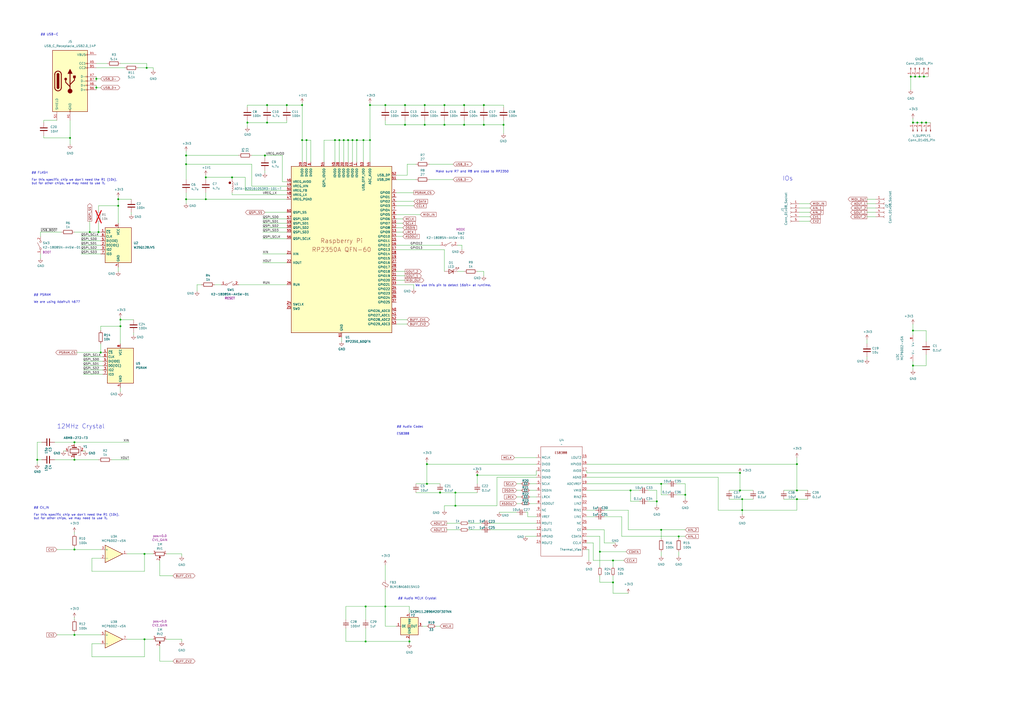
<source format=kicad_sch>
(kicad_sch (version 20250114) (generator "eeschema") (generator_version "9.0")
  (paper "A2")
  (title_block (title "RP2350A QFN-60 Minimal Design Example") (date "2024-07-01") (rev "REV3") (company "Raspberry Pi Ltd"))
  (circle (center 133.35 106.045) (radius 0.635) (stroke (width 0) (color 132 0 0 1)) (fill (type color) (color 132 0 0 1)))
  (text "IOs" (at 453.898 105.156 0) (effects (font (size 2.54 2.54)) (justify left bottom)))
  (text "## FLASH\n\nFor this specific chip we don't need the R1 (10k),\nbut for other chips, we may need to use it." (at 18.288 103.378 0) (effects (font (size 1.27 1.27)) (justify left)))
  (text "## PSRAM\n\nWe are using Adafruit 4677" (at 19.558 173.228 0) (effects (font (size 1.27 1.27)) (justify left)))
  (text "## Audio Codec\n\nES8388 " (at 230.124 249.682 0) (effects (font (size 1.27 1.27)) (justify left)))
  (text "## USB-C" (at 28.702 20.066 0) (effects (font (size 1.27 1.27))))
  (text "Make sure R7 and R8 are close to RP2350\n" (at 252.73 100.33 0) (effects (font (size 1.27 1.27)) (justify left bottom)))
  (text "## Audio MCLK Crystal" (at 230.886 347.218 0) (effects (font (size 1.27 1.27)) (justify left)))
  (text "We use this pin to detect 16bit+ at runtime." (at 262.89 165.608 0) (effects (font (size 1.27 1.27))))
  (text "12MHz Crystal" (at 33.02 248.92 0) (effects (font (size 2.54 2.54)) (justify left bottom)))
  (text "## CV_IN\n\nFor this specific chip we don't need the R1 (10k),\nbut for other chips, we may need to use it." (at 19.558 297.688 0) (effects (font (size 1.27 1.27)) (justify left)))
  (junction (at 530.86 44.45))
  (junction (at 393.7 311.15))
  (junction (at 257.81 60.96))
  (junction (at 153.67 90.17))
  (junction (at 119.38 102.87))
  (junction (at 237.49 372.11))
  (junction (at 194.31 81.28))
  (junction (at 280.67 72.39))
  (junction (at 212.09 372.11))
  (junction (at 175.26 81.28))
  (junction (at 529.59 212.09))
  (junction (at 535.94 44.45))
  (junction (at 247.65 269.24))
  (junction (at 55.88 50.8))
  (junction (at 154.94 71.12))
  (junction (at 532.13 71.12))
  (junction (at 537.21 71.12))
  (junction (at 214.63 60.96))
  (junction (at 264.16 285.75))
  (junction (at 196.85 81.28))
  (junction (at 43.18 256.54))
  (junction (at 134.62 102.87))
  (junction (at 429.26 274.32))
  (junction (at 462.28 284.48))
  (junction (at 69.85 189.23))
  (junction (at 119.38 115.57))
  (junction (at 223.52 60.96))
  (junction (at 365.76 284.48))
  (junction (at 210.82 81.28))
  (junction (at 21.59 266.7))
  (junction (at 154.94 60.96))
  (junction (at 207.01 81.28))
  (junction (at 68.58 119.38))
  (junction (at 383.54 280.67))
  (junction (at 269.24 72.39))
  (junction (at 292.1 72.39))
  (junction (at 355.6 325.12))
  (junction (at 430.53 295.91))
  (junction (at 246.38 72.39))
  (junction (at 204.47 81.28))
  (junction (at 223.52 351.79))
  (junction (at 199.39 81.28))
  (junction (at 255.27 285.75))
  (junction (at 40.64 80.01))
  (junction (at 83.82 370.84))
  (junction (at 175.26 60.96))
  (junction (at 107.95 115.57))
  (junction (at 280.67 60.96))
  (junction (at 257.81 72.39))
  (junction (at 528.32 44.45))
  (junction (at 397.51 287.02))
  (junction (at 269.24 60.96))
  (junction (at 166.37 60.96))
  (junction (at 347.98 320.04))
  (junction (at 43.18 318.77))
  (junction (at 52.07 134.62))
  (junction (at 462.28 269.24))
  (junction (at 355.6 337.82))
  (junction (at 68.58 115.57))
  (junction (at 381 290.83))
  (junction (at 55.88 45.72))
  (junction (at 212.09 351.79))
  (junction (at 234.95 60.96))
  (junction (at 43.18 266.7))
  (junction (at 429.26 284.48))
  (junction (at 69.85 185.42))
  (junction (at 83.82 321.31))
  (junction (at 276.86 275.59))
  (junction (at 534.67 71.12))
  (junction (at 234.95 72.39))
  (junction (at 383.54 307.34))
  (junction (at 43.18 368.3))
  (junction (at 214.63 81.28))
  (junction (at 529.59 191.77))
  (junction (at 107.95 90.17))
  (junction (at 430.53 289.56))
  (junction (at 57.15 134.62))
  (junction (at 177.8 81.28))
  (junction (at 246.38 60.96))
  (junction (at 533.4 44.45))
  (junction (at 58.42 204.47))
  (junction (at 85.09 39.37))
  (junction (at 529.59 71.12))
  (junction (at 462.28 289.56))
  (junction (at 201.93 81.28))
  (junction (at 107.95 95.25))
  (junction (at 143.51 71.12))
  (junction (at 247.65 280.67))
  (junction (at 264.16 293.37))
  (wire (pts (xy 153.67 100.33) (xy 153.67 99.06)))
  (wire (pts (xy 77.47 193.04) (xy 77.47 194.31)))
  (wire (pts (xy 80.01 39.37) (xy 85.09 39.37)))
  (wire (pts (xy 146.05 95.25) (xy 146.05 107.95)))
  (wire (pts (xy 223.52 351.79) (xy 223.52 363.22)))
  (wire (pts (xy 345.44 299.72) (xy 340.36 299.72)))
  (wire (pts (xy 534.67 71.12) (xy 537.21 71.12)))
  (wire (pts (xy 154.94 60.96) (xy 166.37 60.96)))
  (wire (pts (xy 311.15 275.59) (xy 311.15 273.05)))
  (wire (pts (xy 370.84 290.83) (xy 365.76 290.83)))
  (wire (pts (xy 43.18 257.81) (xy 43.18 256.54)))
  (wire (pts (xy 234.95 62.23) (xy 234.95 60.96)))
  (wire (pts (xy 234.95 69.85) (xy 234.95 72.39)))
  (wire (pts (xy 299.72 288.29) (xy 302.26 288.29)))
  (wire (pts (xy 163.83 90.17) (xy 163.83 105.41)))
  (wire (pts (xy 43.18 308.61) (xy 43.18 309.88)))
  (wire (pts (xy 207.01 81.28) (xy 210.82 81.28)))
  (wire (pts (xy 154.94 62.23) (xy 154.94 60.96)))
  (wire (pts (xy 166.37 138.43) (xy 152.4 138.43)))
  (wire (pts (xy 154.94 71.12) (xy 166.37 71.12)))
  (wire (pts (xy 397.51 311.15) (xy 393.7 311.15)))
  (wire (pts (xy 535.94 44.45) (xy 538.48 44.45)))
  (wire (pts (xy 143.51 69.85) (xy 143.51 71.12)))
  (wire (pts (xy 340.36 274.32) (xy 340.36 273.05)))
  (wire (pts (xy 153.67 90.17) (xy 163.83 90.17)))
  (wire (pts (xy 68.58 115.57) (xy 68.58 119.38)))
  (wire (pts (xy 397.51 307.34) (xy 383.54 307.34)))
  (wire (pts (xy 40.64 80.01) (xy 40.64 83.82)))
  (wire (pts (xy 105.41 322.58) (xy 105.41 321.31)))
  (wire (pts (xy 288.29 293.37) (xy 288.29 276.86)))
  (wire (pts (xy 264.16 293.37) (xy 288.29 293.37)))
  (wire (pts (xy 212.09 364.49) (xy 212.09 372.11)))
  (wire (pts (xy 259.08 307.34) (xy 266.7 307.34)))
  (wire (pts (xy 25.4 78.74) (xy 25.4 80.01)))
  (wire (pts (xy 246.38 62.23) (xy 246.38 60.96)))
  (wire (pts (xy 347.98 320.04) (xy 363.22 320.04)))
  (wire (pts (xy 23.495 134.62) (xy 23.495 137.16)))
  (wire (pts (xy 365.76 290.83) (xy 365.76 284.48)))
  (wire (pts (xy 107.95 90.17) (xy 107.95 95.25)))
  (wire (pts (xy 223.52 62.23) (xy 223.52 60.96)))
  (wire (pts (xy 247.65 363.22) (xy 245.11 363.22)))
  (wire (pts (xy 43.18 266.7) (xy 57.15 266.7)))
  (wire (pts (xy 223.52 69.85) (xy 223.52 72.39)))
  (wire (pts (xy 48.26 207.01) (xy 59.69 207.01)))
  (wire (pts (xy 48.26 212.09) (xy 59.69 212.09)))
  (wire (pts (xy 298.45 265.43) (xy 311.15 265.43)))
  (wire (pts (xy 107.95 95.25) (xy 146.05 95.25)))
  (wire (pts (xy 92.71 374.65) (xy 92.71 383.54)))
  (wire (pts (xy 107.95 95.25) (xy 107.95 104.14)))
  (wire (pts (xy 463.55 128.27) (xy 469.9 128.27)))
  (wire (pts (xy 397.51 287.02) (xy 397.51 289.56)))
  (wire (pts (xy 83.82 370.84) (xy 83.82 381)))
  (wire (pts (xy 416.56 295.91) (xy 430.53 295.91)))
  (wire (pts (xy 21.59 266.7) (xy 21.59 269.24)))
  (wire (pts (xy 537.21 71.12) (xy 539.75 71.12)))
  (wire (pts (xy 233.68 132.08) (xy 229.87 132.08)))
  (wire (pts (xy 40.64 69.85) (xy 40.64 80.01)))
  (wire (pts (xy 264.16 285.75) (xy 264.16 293.37)))
  (wire (pts (xy 199.39 93.98) (xy 199.39 81.28)))
  (wire (pts (xy 355.6 325.12) (xy 361.95 325.12)))
  (wire (pts (xy 307.34 288.29) (xy 311.15 288.29)))
  (wire (pts (xy 83.82 321.31) (xy 88.9 321.31)))
  (wire (pts (xy 187.96 93.98) (xy 187.96 81.28)))
  (wire (pts (xy 83.82 381) (xy 53.34 381)))
  (wire (pts (xy 387.35 287.02) (xy 383.54 287.02)))
  (wire (pts (xy 463.55 120.65) (xy 469.9 120.65)))
  (wire (pts (xy 288.29 276.86) (xy 311.15 276.86)))
  (wire (pts (xy 237.49 373.38) (xy 237.49 372.11)))
  (wire (pts (xy 255.27 285.75) (xy 264.16 285.75)))
  (wire (pts (xy 21.59 256.54) (xy 21.59 266.7)))
  (wire (pts (xy 210.82 81.28) (xy 214.63 81.28)))
  (wire (pts (xy 284.48 307.34) (xy 311.15 307.34)))
  (wire (pts (xy 257.81 60.96) (xy 269.24 60.96)))
  (wire (pts (xy 24.13 256.54) (xy 21.59 256.54)))
  (wire (pts (xy 430.53 298.45) (xy 430.53 295.91)))
  (wire (pts (xy 69.85 185.42) (xy 69.85 189.23)))
  (wire (pts (xy 153.67 90.17) (xy 153.67 91.44)))
  (wire (pts (xy 46.99 147.32) (xy 58.42 147.32)))
  (wire (pts (xy 48.26 217.17) (xy 59.69 217.17)))
  (wire (pts (xy 233.68 127) (xy 229.87 127)))
  (wire (pts (xy 269.24 72.39) (xy 257.81 72.39)))
  (wire (pts (xy 247.65 280.67) (xy 255.27 280.67)))
  (wire (pts (xy 429.26 274.32) (xy 429.26 284.48)))
  (wire (pts (xy 530.86 44.45) (xy 533.4 44.45)))
  (wire (pts (xy 284.48 303.53) (xy 311.15 303.53)))
  (wire (pts (xy 201.93 81.28) (xy 204.47 81.28)))
  (wire (pts (xy 200.66 359.41) (xy 200.66 351.79)))
  (wire (pts (xy 383.54 307.34) (xy 383.54 312.42)))
  (wire (pts (xy 299.72 280.67) (xy 302.26 280.67)))
  (wire (pts (xy 383.54 280.67) (xy 387.35 280.67)))
  (wire (pts (xy 73.66 370.84) (xy 83.82 370.84)))
  (wire (pts (xy 234.95 72.39) (xy 223.52 72.39)))
  (wire (pts (xy 269.24 69.85) (xy 269.24 72.39)))
  (wire (pts (xy 85.09 39.37) (xy 88.9 39.37)))
  (wire (pts (xy 233.68 137.16) (xy 229.87 137.16)))
  (wire (pts (xy 43.18 318.77) (xy 58.42 318.77)))
  (wire (pts (xy 175.26 60.96) (xy 175.26 81.28)))
  (wire (pts (xy 196.85 81.28) (xy 199.39 81.28)))
  (wire (pts (xy 502.92 125.73) (xy 508 125.73)))
  (wire (pts (xy 247.65 269.24) (xy 247.65 280.67)))
  (wire (pts (xy 462.28 289.56) (xy 462.28 295.91)))
  (wire (pts (xy 340.36 280.67) (xy 383.54 280.67)))
  (wire (pts (xy 350.52 307.34) (xy 340.36 307.34)))
  (wire (pts (xy 201.93 93.98) (xy 201.93 81.28)))
  (wire (pts (xy 92.71 325.12) (xy 92.71 334.01)))
  (wire (pts (xy 146.05 107.95) (xy 166.37 107.95)))
  (wire (pts (xy 257.81 157.48) (xy 257.81 144.78)))
  (wire (pts (xy 53.34 373.38) (xy 58.42 373.38)))
  (wire (pts (xy 153.67 123.19) (xy 166.37 123.19)))
  (wire (pts (xy 199.39 81.28) (xy 201.93 81.28)))
  (wire (pts (xy 57.15 119.38) (xy 68.58 119.38)))
  (wire (pts (xy 55.88 39.37) (xy 72.39 39.37)))
  (wire (pts (xy 200.66 372.11) (xy 212.09 372.11)))
  (wire (pts (xy 107.95 87.63) (xy 107.95 90.17)))
  (wire (pts (xy 392.43 287.02) (xy 397.51 287.02)))
  (wire (pts (xy 107.95 115.57) (xy 119.38 115.57)))
  (wire (pts (xy 116.84 165.1) (xy 114.3 165.1)))
  (wire (pts (xy 344.17 314.96) (xy 340.36 314.96)))
  (wire (pts (xy 234.95 60.96) (xy 246.38 60.96)))
  (wire (pts (xy 55.88 50.8) (xy 55.88 52.07)))
  (wire (pts (xy 265.43 142.24) (xy 267.97 142.24)))
  (wire (pts (xy 119.38 104.14) (xy 119.38 102.87)))
  (wire (pts (xy 355.6 344.17) (xy 364.49 344.17)))
  (wire (pts (xy 69.85 189.23) (xy 69.85 199.39)))
  (wire (pts (xy 364.49 307.34) (xy 364.49 295.91)))
  (wire (pts (xy 68.58 119.38) (xy 68.58 129.54)))
  (wire (pts (xy 347.98 320.04) (xy 347.98 328.93)))
  (wire (pts (xy 143.51 62.23) (xy 143.51 60.96)))
  (wire (pts (xy 463.55 123.19) (xy 469.9 123.19)))
  (wire (pts (xy 107.95 111.76) (xy 107.95 115.57)))
  (wire (pts (xy 229.87 165.1) (xy 240.03 165.1)))
  (wire (pts (xy 92.71 383.54) (xy 100.33 383.54)))
  (wire (pts (xy 344.17 325.12) (xy 344.17 314.96)))
  (wire (pts (xy 53.34 331.47) (xy 53.34 323.85)))
  (wire (pts (xy 243.84 124.46) (xy 229.87 124.46)))
  (wire (pts (xy 462.28 284.48) (xy 468.63 284.48)))
  (wire (pts (xy 229.87 157.48) (xy 234.95 157.48)))
  (wire (pts (xy 255.27 363.22) (xy 252.73 363.22)))
  (wire (pts (xy 416.56 276.86) (xy 416.56 295.91)))
  (wire (pts (xy 166.37 110.49) (xy 142.24 110.49)))
  (wire (pts (xy 529.59 71.12) (xy 532.13 71.12)))
  (wire (pts (xy 229.87 160.02) (xy 234.95 160.02)))
  (wire (pts (xy 229.87 187.96) (xy 236.22 187.96)))
  (wire (pts (xy 35.56 134.62) (xy 23.495 134.62)))
  (wire (pts (xy 383.54 322.58) (xy 383.54 320.04)))
  (wire (pts (xy 248.92 104.14) (xy 262.89 104.14)))
  (wire (pts (xy 212.09 351.79) (xy 212.09 359.41)))
  (wire (pts (xy 175.26 81.28) (xy 175.26 93.98)))
  (wire (pts (xy 55.88 49.53) (xy 55.88 50.8)))
  (wire (pts (xy 381 290.83) (xy 381 293.37)))
  (wire (pts (xy 347.98 337.82) (xy 355.6 337.82)))
  (wire (pts (xy 214.63 81.28) (xy 214.63 93.98)))
  (wire (pts (xy 299.72 292.1) (xy 302.26 292.1)))
  (wire (pts (xy 233.68 134.62) (xy 229.87 134.62)))
  (wire (pts (xy 68.58 114.3) (xy 68.58 115.57)))
  (wire (pts (xy 92.71 334.01) (xy 100.33 334.01)))
  (wire (pts (xy 119.38 101.6) (xy 119.38 102.87)))
  (wire (pts (xy 64.77 266.7) (xy 74.93 266.7)))
  (wire (pts (xy 31.75 266.7) (xy 43.18 266.7)))
  (wire (pts (xy 119.38 115.57) (xy 166.37 115.57)))
  (wire (pts (xy 529.59 71.12) (xy 529.59 68.58)))
  (wire (pts (xy 107.95 115.57) (xy 107.95 118.11)))
  (wire (pts (xy 24.13 266.7) (xy 21.59 266.7)))
  (wire (pts (xy 397.51 280.67) (xy 397.51 287.02)))
  (wire (pts (xy 107.95 90.17) (xy 138.43 90.17)))
  (wire (pts (xy 393.7 312.42) (xy 393.7 311.15)))
  (wire (pts (xy 307.34 292.1) (xy 311.15 292.1)))
  (wire (pts (xy 267.97 142.24) (xy 267.97 144.78)))
  (wire (pts (xy 223.52 327.66) (xy 223.52 336.55)))
  (wire (pts (xy 143.51 71.12) (xy 143.51 73.66)))
  (wire (pts (xy 393.7 322.58) (xy 393.7 320.04)))
  (wire (pts (xy 223.52 363.22) (xy 229.87 363.22)))
  (wire (pts (xy 204.47 81.28) (xy 207.01 81.28)))
  (wire (pts (xy 429.26 284.48) (xy 436.88 284.48)))
  (wire (pts (xy 43.18 367.03) (xy 43.18 368.3)))
  (wire (pts (xy 292.1 72.39) (xy 292.1 77.47)))
  (wire (pts (xy 154.94 69.85) (xy 154.94 71.12)))
  (wire (pts (xy 355.6 328.93) (xy 355.6 325.12)))
  (wire (pts (xy 269.24 60.96) (xy 280.67 60.96)))
  (wire (pts (xy 229.87 162.56) (xy 234.95 162.56)))
  (wire (pts (xy 383.54 307.34) (xy 364.49 307.34)))
  (wire (pts (xy 533.4 44.45) (xy 535.94 44.45)))
  (wire (pts (xy 462.28 289.56) (xy 468.63 289.56)))
  (wire (pts (xy 241.3 280.67) (xy 247.65 280.67)))
  (wire (pts (xy 105.41 372.11) (xy 105.41 370.84)))
  (wire (pts (xy 355.6 337.82) (xy 355.6 344.17)))
  (wire (pts (xy 537.21 191.77) (xy 529.59 191.77)))
  (wire (pts (xy 292.1 69.85) (xy 292.1 72.39)))
  (wire (pts (xy 307.34 284.48) (xy 311.15 284.48)))
  (wire (pts (xy 48.26 214.63) (xy 59.69 214.63)))
  (wire (pts (xy 152.4 147.32) (xy 166.37 147.32)))
  (wire (pts (xy 198.12 195.58) (xy 198.12 198.12)))
  (wire (pts (xy 68.58 157.48) (xy 68.58 154.94)))
  (wire (pts (xy 299.72 284.48) (xy 302.26 284.48)))
  (wire (pts (xy 46.99 142.24) (xy 58.42 142.24)))
  (wire (pts (xy 152.4 132.08) (xy 166.37 132.08)))
  (wire (pts (xy 36.83 261.62) (xy 38.1 261.62)))
  (wire (pts (xy 52.07 128.27) (xy 52.07 134.62)))
  (wire (pts (xy 502.92 120.65) (xy 508 120.65)))
  (wire (pts (xy 180.34 81.28) (xy 180.34 93.98)))
  (wire (pts (xy 85.09 36.83) (xy 85.09 39.37)))
  (wire (pts (xy 392.43 280.67) (xy 397.51 280.67)))
  (wire (pts (xy 43.18 134.62) (xy 52.07 134.62)))
  (wire (pts (xy 194.31 93.98) (xy 194.31 81.28)))
  (wire (pts (xy 33.02 368.3) (xy 43.18 368.3)))
  (wire (pts (xy 143.51 60.96) (xy 154.94 60.96)))
  (wire (pts (xy 271.78 303.53) (xy 279.4 303.53)))
  (wire (pts (xy 142.24 110.49) (xy 142.24 102.87)))
  (wire (pts (xy 237.49 355.6) (xy 237.49 351.79)))
  (wire (pts (xy 58.42 50.8) (xy 55.88 50.8)))
  (wire (pts (xy 58.42 199.39) (xy 58.42 204.47)))
  (wire (pts (xy 280.67 62.23) (xy 280.67 60.96)))
  (wire (pts (xy 152.4 127) (xy 166.37 127)))
  (wire (pts (xy 236.22 95.25) (xy 236.22 101.6)))
  (wire (pts (xy 307.34 280.67) (xy 311.15 280.67)))
  (wire (pts (xy 280.67 157.48) (xy 280.67 160.02)))
  (wire (pts (xy 229.87 144.78) (xy 257.81 144.78)))
  (wire (pts (xy 43.18 368.3) (xy 58.42 368.3)))
  (wire (pts (xy 257.81 69.85) (xy 257.81 72.39)))
  (wire (pts (xy 214.63 59.69) (xy 214.63 60.96)))
  (wire (pts (xy 257.81 62.23) (xy 257.81 60.96)))
  (wire (pts (xy 146.05 90.17) (xy 153.67 90.17)))
  (wire (pts (xy 152.4 129.54) (xy 166.37 129.54)))
  (wire (pts (xy 537.21 198.12) (xy 537.21 191.77)))
  (wire (pts (xy 57.15 134.62) (xy 58.42 134.62)))
  (wire (pts (xy 383.54 287.02) (xy 383.54 280.67)))
  (wire (pts (xy 152.4 134.62) (xy 166.37 134.62)))
  (wire (pts (xy 350.52 314.96) (xy 350.52 307.34)))
  (wire (pts (xy 88.9 40.64) (xy 88.9 39.37)))
  (wire (pts (xy 269.24 62.23) (xy 269.24 60.96)))
  (wire (pts (xy 304.8 297.18) (xy 306.07 297.18)))
  (wire (pts (xy 347.98 334.01) (xy 347.98 337.82)))
  (wire (pts (xy 124.46 165.1) (xy 128.27 165.1)))
  (wire (pts (xy 23.495 147.32) (xy 23.495 149.86)))
  (wire (pts (xy 280.67 72.39) (xy 269.24 72.39)))
  (wire (pts (xy 529.59 191.77) (xy 529.59 194.31)))
  (wire (pts (xy 58.42 45.72) (xy 55.88 45.72)))
  (wire (pts (xy 340.36 269.24) (xy 462.28 269.24)))
  (wire (pts (xy 502.92 196.85) (xy 502.92 199.39)))
  (wire (pts (xy 166.37 60.96) (xy 175.26 60.96)))
  (wire (pts (xy 96.52 321.31) (xy 105.41 321.31)))
  (wire (pts (xy 246.38 60.96) (xy 257.81 60.96)))
  (wire (pts (xy 365.76 284.48) (xy 340.36 284.48)))
  (wire (pts (xy 237.49 351.79) (xy 223.52 351.79)))
  (wire (pts (xy 257.81 72.39) (xy 246.38 72.39)))
  (wire (pts (xy 360.68 311.15) (xy 360.68 299.72)))
  (wire (pts (xy 83.82 331.47) (xy 53.34 331.47)))
  (wire (pts (xy 304.8 311.15) (xy 311.15 311.15)))
  (wire (pts (xy 229.87 185.42) (xy 236.22 185.42)))
  (wire (pts (xy 214.63 60.96) (xy 223.52 60.96)))
  (wire (pts (xy 134.62 113.03) (xy 166.37 113.03)))
  (wire (pts (xy 119.38 111.76) (xy 119.38 115.57)))
  (wire (pts (xy 537.21 205.74) (xy 537.21 212.09)))
  (wire (pts (xy 430.53 289.56) (xy 436.88 289.56)))
  (wire (pts (xy 119.38 102.87) (xy 134.62 102.87)))
  (wire (pts (xy 430.53 289.56) (xy 430.53 295.91)))
  (wire (pts (xy 240.03 165.1) (xy 240.03 167.64)))
  (wire (pts (xy 306.07 299.72) (xy 311.15 299.72)))
  (wire (pts (xy 246.38 69.85) (xy 246.38 72.39)))
  (wire (pts (xy 529.59 214.63) (xy 529.59 212.09)))
  (wire (pts (xy 43.18 317.5) (xy 43.18 318.77)))
  (wire (pts (xy 454.66 289.56) (xy 462.28 289.56)))
  (wire (pts (xy 502.92 118.11) (xy 508 118.11)))
  (wire (pts (xy 344.17 325.12) (xy 355.6 325.12)))
  (wire (pts (xy 57.15 121.92) (xy 57.15 119.38)))
  (wire (pts (xy 236.22 95.25) (xy 241.3 95.25)))
  (wire (pts (xy 462.28 265.43) (xy 462.28 269.24)))
  (wire (pts (xy 241.3 285.75) (xy 255.27 285.75)))
  (wire (pts (xy 257.81 295.91) (xy 257.81 293.37)))
  (wire (pts (xy 177.8 81.28) (xy 180.34 81.28)))
  (wire (pts (xy 48.26 261.62) (xy 49.53 261.62)))
  (wire (pts (xy 462.28 295.91) (xy 430.53 295.91)))
  (wire (pts (xy 58.42 204.47) (xy 59.69 204.47)))
  (wire (pts (xy 196.85 93.98) (xy 196.85 81.28)))
  (wire (pts (xy 69.85 184.15) (xy 69.85 185.42)))
  (wire (pts (xy 340.36 276.86) (xy 416.56 276.86)))
  (wire (pts (xy 276.86 275.59) (xy 311.15 275.59)))
  (wire (pts (xy 381 284.48) (xy 381 290.83)))
  (wire (pts (xy 248.92 95.25) (xy 262.89 95.25)))
  (wire (pts (xy 269.24 157.48) (xy 265.43 157.48)))
  (wire (pts (xy 532.13 71.12) (xy 534.67 71.12)))
  (wire (pts (xy 528.32 44.45) (xy 530.86 44.45)))
  (wire (pts (xy 210.82 93.98) (xy 210.82 81.28)))
  (wire (pts (xy 370.84 284.48) (xy 365.76 284.48)))
  (wire (pts (xy 69.85 36.83) (xy 85.09 36.83)))
  (wire (pts (xy 68.58 115.57) (xy 76.2 115.57)))
  (wire (pts (xy 212.09 351.79) (xy 223.52 351.79)))
  (wire (pts (xy 463.55 125.73) (xy 469.9 125.73)))
  (wire (pts (xy 175.26 59.69) (xy 175.26 60.96)))
  (wire (pts (xy 53.34 323.85) (xy 58.42 323.85)))
  (wire (pts (xy 55.88 36.83) (xy 62.23 36.83)))
  (wire (pts (xy 33.02 69.85) (xy 25.4 69.85)))
  (wire (pts (xy 280.67 72.39) (xy 292.1 72.39)))
  (wire (pts (xy 341.63 318.77) (xy 341.63 325.12)))
  (wire (pts (xy 271.78 307.34) (xy 279.4 307.34)))
  (wire (pts (xy 240.03 116.84) (xy 229.87 116.84)))
  (wire (pts (xy 257.81 293.37) (xy 264.16 293.37)))
  (wire (pts (xy 25.4 69.85) (xy 25.4 71.12)))
  (wire (pts (xy 53.34 381) (xy 53.34 373.38)))
  (wire (pts (xy 289.56 297.18) (xy 299.72 297.18)))
  (wire (pts (xy 57.15 129.54) (xy 57.15 134.62)))
  (wire (pts (xy 345.44 295.91) (xy 340.36 295.91)))
  (wire (pts (xy 134.62 113.03) (xy 134.62 111.76)))
  (wire (pts (xy 46.99 137.16) (xy 58.42 137.16)))
  (wire (pts (xy 48.26 209.55) (xy 59.69 209.55)))
  (wire (pts (xy 276.86 157.48) (xy 280.67 157.48)))
  (wire (pts (xy 83.82 321.31) (xy 83.82 331.47)))
  (wire (pts (xy 462.28 269.24) (xy 462.28 284.48)))
  (wire (pts (xy 280.67 60.96) (xy 292.1 60.96)))
  (wire (pts (xy 25.4 80.01) (xy 40.64 80.01)))
  (wire (pts (xy 537.21 212.09) (xy 529.59 212.09)))
  (wire (pts (xy 194.31 81.28) (xy 196.85 81.28)))
  (wire (pts (xy 364.49 295.91) (xy 350.52 295.91)))
  (wire (pts (xy 204.47 93.98) (xy 204.47 81.28)))
  (wire (pts (xy 200.66 364.49) (xy 200.66 372.11)))
  (wire (pts (xy 264.16 285.75) (xy 276.86 285.75)))
  (wire (pts (xy 44.45 204.47) (xy 58.42 204.47)))
  (wire (pts (xy 375.92 284.48) (xy 381 284.48)))
  (wire (pts (xy 350.52 314.96) (xy 356.87 314.96)))
  (wire (pts (xy 134.62 102.87) (xy 134.62 104.14)))
  (wire (pts (xy 73.66 321.31) (xy 83.82 321.31)))
  (wire (pts (xy 355.6 334.01) (xy 355.6 337.82)))
  (wire (pts (xy 33.02 318.77) (xy 43.18 318.77)))
  (wire (pts (xy 237.49 372.11) (xy 237.49 370.84)))
  (wire (pts (xy 502.92 115.57) (xy 508 115.57)))
  (wire (pts (xy 306.07 297.18) (xy 306.07 299.72)))
  (wire (pts (xy 469.9 118.11) (xy 463.55 118.11)))
  (wire (pts (xy 166.37 62.23) (xy 166.37 60.96)))
  (wire (pts (xy 229.87 101.6) (xy 236.22 101.6)))
  (wire (pts (xy 58.42 189.23) (xy 69.85 189.23)))
  (wire (pts (xy 96.52 370.84) (xy 105.41 370.84)))
  (wire (pts (xy 340.36 274.32) (xy 429.26 274.32)))
  (wire (pts (xy 246.38 72.39) (xy 234.95 72.39)))
  (wire (pts (xy 247.65 267.97) (xy 247.65 269.24)))
  (wire (pts (xy 143.51 71.12) (xy 154.94 71.12)))
  (wire (pts (xy 229.87 111.76) (xy 240.03 111.76)))
  (wire (pts (xy 212.09 372.11) (xy 237.49 372.11)))
  (wire (pts (xy 55.88 45.72) (xy 55.88 46.99)))
  (wire (pts (xy 187.96 81.28) (xy 194.31 81.28)))
  (wire (pts (xy 229.87 119.38) (xy 240.03 119.38)))
  (wire (pts (xy 69.85 227.33) (xy 69.85 224.79)))
  (wire (pts (xy 422.91 284.48) (xy 429.26 284.48)))
  (wire (pts (xy 529.59 187.96) (xy 529.59 191.77)))
  (wire (pts (xy 347.98 311.15) (xy 347.98 320.04)))
  (wire (pts (xy 52.07 134.62) (xy 57.15 134.62)))
  (wire (pts (xy 177.8 81.28) (xy 175.26 81.28)))
  (wire (pts (xy 375.92 290.83) (xy 381 290.83)))
  (wire (pts (xy 207.01 81.28) (xy 207.01 93.98)))
  (wire (pts (xy 247.65 269.24) (xy 311.15 269.24)))
  (wire (pts (xy 83.82 370.84) (xy 88.9 370.84)))
  (wire (pts (xy 43.18 256.54) (xy 74.93 256.54)))
  (wire (pts (xy 69.85 185.42) (xy 77.47 185.42)))
  (wire (pts (xy 58.42 191.77) (xy 58.42 189.23)))
  (wire (pts (xy 360.68 299.72) (xy 350.52 299.72)))
  (wire (pts (xy 229.87 104.14) (xy 241.3 104.14)))
  (wire (pts (xy 259.08 303.53) (xy 266.7 303.53)))
  (wire (pts (xy 46.99 144.78) (xy 58.42 144.78)))
  (wire (pts (xy 142.24 102.87) (xy 134.62 102.87)))
  (wire (pts (xy 114.3 165.1) (xy 114.3 168.91)))
  (wire (pts (xy 454.66 284.48) (xy 462.28 284.48)))
  (wire (pts (xy 43.18 265.43) (xy 43.18 266.7)))
  (wire (pts (xy 229.87 142.24) (xy 255.27 142.24)))
  (wire (pts (xy 214.63 60.96) (xy 214.63 81.28)))
  (wire (pts (xy 55.88 44.45) (xy 55.88 45.72)))
  (wire (pts (xy 529.59 212.09) (xy 529.59 209.55)))
  (wire (pts (xy 163.83 105.41) (xy 166.37 105.41)))
  (wire (pts (xy 502.92 207.01) (xy 502.92 208.28)))
  (wire (pts (xy 233.68 129.54) (xy 229.87 129.54)))
  (wire (pts (xy 223.52 60.96) (xy 234.95 60.96)))
  (wire (pts (xy 166.37 152.4) (xy 152.4 152.4)))
  (wire (pts (xy 422.91 289.56) (xy 430.53 289.56)))
  (wire (pts (xy 393.7 311.15) (xy 360.68 311.15)))
  (wire (pts (xy 340.36 318.77) (xy 341.63 318.77)))
  (wire (pts (xy 292.1 62.23) (xy 292.1 60.96)))
  (wire (pts (xy 43.18 358.14) (xy 43.18 359.41)))
  (wire (pts (xy 31.75 256.54) (xy 43.18 256.54)))
  (wire (pts (xy 223.52 341.63) (xy 223.52 351.79)))
  (wire (pts (xy 46.99 139.7) (xy 58.42 139.7)))
  (wire (pts (xy 276.86 275.59) (xy 276.86 280.67)))
  (wire (pts (xy 528.32 44.45) (xy 528.32 52.07)))
  (wire (pts (xy 166.37 71.12) (xy 166.37 69.85)))
  (wire (pts (xy 340.36 311.15) (xy 347.98 311.15)))
  (wire (pts (xy 177.8 93.98) (xy 177.8 81.28)))
  (wire (pts (xy 138.43 165.1) (xy 166.37 165.1)))
  (wire (pts (xy 280.67 69.85) (xy 280.67 72.39)))
  (wire (pts (xy 76.2 123.19) (xy 76.2 124.46)))
  (wire (pts (xy 502.92 123.19) (xy 508 123.19)))
  (wire (pts (xy 200.66 351.79) (xy 212.09 351.79)))
  (label "XIN" (at 152.4 147.32 0))
  (label "QSPI_SD3" (at 48.26 217.17 0))
  (label "QSPI_SCLK" (at 48.26 207.01 0))
  (label "XOUT" (at 152.4 152.4 0))
  (label "QSPI_SD2" (at 46.99 144.78 0))
  (label "RUN" (at 152.4 165.1 0))
  (label "QSPI_SD0" (at 152.4 127 0))
  (label "QSPI_SD0" (at 46.99 139.7 0))
  (label "QSPI_SD2" (at 48.26 214.63 0))
  (label "QSPI_SD3" (at 46.99 147.32 0))
  (label "XOUT" (at 74.93 266.7 180))
  (label "QSPI_SD2" (at 152.4 132.08 0))
  (label "~{USB_BOOT}" (at 23.495 134.62 0))
  (label "XIN" (at 74.93 256.54 180))
  (label "VREG_AVDD" (at 154.305 90.17 0))
  (label "GPIO12" (at 245.11 142.24 180))
  (label "QSPI_SD1" (at 152.4 129.54 0))
  (label "QSPI_SCLK" (at 152.4 138.43 0))
  (label "QSPI_SCLK" (at 46.99 137.16 0))
  (label "GPIO13" (at 245.11 144.78 180))
  (label "QSPI_SD0" (at 48.26 209.55 0))
  (label "QSPI_SD1" (at 46.99 142.24 0))
  (label "VREG_LX" (at 152.4 113.03 0))
  (label "QSPI_SD1" (at 48.26 212.09 0))
  (label "QSPI_SD3" (at 152.4 134.62 0))
  (global_label "AOUT_2" (shape output) (at 259.08 303.53 180) (property "Intersheetrefs" "${INTERSHEET_REFS}" (effects (hide yes))))
  (global_label "DSDIN" (shape input) (at 299.72 284.48 180) (property "Intersheetrefs" "${INTERSHEET_REFS}" (effects (hide yes))))
  (global_label "BUFF_CV1" (shape bidirectional) (at 236.22 185.42 0) (property "Intersheetrefs" "${INTERSHEET_REFS}" (effects (hide yes))))
  (global_label "CDATA" (shape input) (at 363.22 320.04 0) (property "Intersheetrefs" "${INTERSHEET_REFS}" (effects (hide yes))))
  (global_label "CV2" (shape input) (at 469.9 128.27 0) (property "Intersheetrefs" "${INTERSHEET_REFS}" (effects (hide yes))))
  (global_label "GOUT_1" (shape output) (at 234.95 160.02 0) (property "Intersheetrefs" "${INTERSHEET_REFS}" (effects (hide yes))))
  (global_label "LRCK" (shape input) (at 299.72 288.29 180) (property "Intersheetrefs" "${INTERSHEET_REFS}" (effects (hide yes))))
  (global_label "ASDOUT" (shape input) (at 233.68 137.16 0) (property "Intersheetrefs" "${INTERSHEET_REFS}" (effects (hide yes))))
  (global_label "BUFF_CV2" (shape bidirectional) (at 236.22 187.96 0) (property "Intersheetrefs" "${INTERSHEET_REFS}" (effects (hide yes))))
  (global_label "GOUT_1" (shape output) (at 502.92 123.19 180) (property "Intersheetrefs" "${INTERSHEET_REFS}" (effects (hide yes))))
  (global_label "CV1" (shape input) (at 469.9 125.73 0) (property "Intersheetrefs" "${INTERSHEET_REFS}" (effects (hide yes))))
  (global_label "LRCK" (shape input) (at 233.68 134.62 0) (property "Intersheetrefs" "${INTERSHEET_REFS}" (effects (hide yes))))
  (global_label "SCLK" (shape input) (at 233.68 129.54 0) (property "Intersheetrefs" "${INTERSHEET_REFS}" (effects (hide yes))))
  (global_label "BUFF_CV1" (shape bidirectional) (at 100.33 334.01 0) (property "Intersheetrefs" "${INTERSHEET_REFS}" (effects (hide yes))))
  (global_label "QSPI_SS" (shape bidirectional) (at 153.67 123.19 180) (property "Intersheetrefs" "${INTERSHEET_REFS}" (effects (hide yes))))
  (global_label "CCLK" (shape input) (at 240.03 119.38 0) (property "Intersheetrefs" "${INTERSHEET_REFS}" (effects (hide yes))))
  (global_label "AOUT_1" (shape output) (at 259.08 307.34 180) (property "Intersheetrefs" "${INTERSHEET_REFS}" (effects (hide yes))))
  (global_label "MCLK" (shape input) (at 233.68 127 0) (property "Intersheetrefs" "${INTERSHEET_REFS}" (effects (hide yes))))
  (global_label "CDATA" (shape input) (at 240.03 116.84 0) (property "Intersheetrefs" "${INTERSHEET_REFS}" (effects (hide yes))))
  (global_label "AIN_2" (shape input) (at 469.9 123.19 0) (property "Intersheetrefs" "${INTERSHEET_REFS}" (effects (hide yes))))
  (global_label "MIDI_OUT" (shape output) (at 502.92 115.57 180) (property "Intersheetrefs" "${INTERSHEET_REFS}" (effects (hide yes))))
  (global_label "PSRAM_CS" (shape output) (at 44.45 204.47 180) (property "Intersheetrefs" "${INTERSHEET_REFS}" (effects (hide yes))))
  (global_label "DSDIN" (shape input) (at 233.68 132.08 0) (property "Intersheetrefs" "${INTERSHEET_REFS}" (effects (hide yes))))
  (global_label "MIDI_IN" (shape input) (at 469.9 118.11 0) (property "Intersheetrefs" "${INTERSHEET_REFS}" (effects (hide yes))))
  (global_label "MCLK" (shape input) (at 255.27 363.22 0) (property "Intersheetrefs" "${INTERSHEET_REFS}" (effects (hide yes))))
  (global_label "CV1" (shape input) (at 33.02 318.77 180) (property "Intersheetrefs" "${INTERSHEET_REFS}" (effects (hide yes))))
  (global_label "GOUT_2" (shape output) (at 234.95 157.48 0) (property "Intersheetrefs" "${INTERSHEET_REFS}" (effects (hide yes))))
  (global_label "MIDI_OUT" (shape output) (at 234.95 162.56 0) (property "Intersheetrefs" "${INTERSHEET_REFS}" (effects (hide yes))))
  (global_label "AIN_1" (shape input) (at 469.9 120.65 0) (property "Intersheetrefs" "${INTERSHEET_REFS}" (effects (hide yes))))
  (global_label "CV2" (shape input) (at 33.02 368.3 180) (property "Intersheetrefs" "${INTERSHEET_REFS}" (effects (hide yes))))
  (global_label "MIDI_IN" (shape input) (at 243.84 124.46 0) (property "Intersheetrefs" "${INTERSHEET_REFS}" (effects (hide yes))))
  (global_label "AIN_1" (shape input) (at 397.51 311.15 0) (property "Intersheetrefs" "${INTERSHEET_REFS}" (effects (hide yes))))
  (global_label "AIN_2" (shape input) (at 397.51 307.34 0) (property "Intersheetrefs" "${INTERSHEET_REFS}" (effects (hide yes))))
  (global_label "QSPI_SS" (shape output) (at 52.07 128.27 90) (property "Intersheetrefs" "${INTERSHEET_REFS}" (effects (hide yes))))
  (global_label "AOUT_1" (shape output) (at 502.92 118.11 180) (property "Intersheetrefs" "${INTERSHEET_REFS}" (effects (hide yes))))
  (global_label "BUFF_CV2" (shape bidirectional) (at 100.33 383.54 0) (property "Intersheetrefs" "${INTERSHEET_REFS}" (effects (hide yes))))
  (global_label "GOUT_2" (shape output) (at 502.92 125.73 180) (property "Intersheetrefs" "${INTERSHEET_REFS}" (effects (hide yes))))
  (global_label "USB_D-" (shape bidirectional) (at 58.42 45.72 0) (property "Intersheetrefs" "${INTERSHEET_REFS}" (effects (hide yes))))
  (global_label "USB_D+" (shape bidirectional) (at 262.89 95.25 0) (property "Intersheetrefs" "${INTERSHEET_REFS}" (effects (hide yes))))
  (global_label "USB_D-" (shape bidirectional) (at 262.89 104.14 0) (property "Intersheetrefs" "${INTERSHEET_REFS}" (effects (hide yes))))
  (global_label "AOUT_2" (shape output) (at 502.92 120.65 180) (property "Intersheetrefs" "${INTERSHEET_REFS}" (effects (hide yes))))
  (global_label "USB_D+" (shape bidirectional) (at 58.42 50.8 0) (property "Intersheetrefs" "${INTERSHEET_REFS}" (effects (hide yes))))
  (global_label "PSRAM_CS" (shape output) (at 240.03 111.76 0) (property "Intersheetrefs" "${INTERSHEET_REFS}" (effects (hide yes))))
  (global_label "SCLK" (shape input) (at 299.72 280.67 180) (property "Intersheetrefs" "${INTERSHEET_REFS}" (effects (hide yes))))
  (global_label "ASDOUT" (shape input) (at 299.72 292.1 180) (property "Intersheetrefs" "${INTERSHEET_REFS}" (effects (hide yes))))
  (global_label "CCLK" (shape input) (at 361.95 325.12 0) (property "Intersheetrefs" "${INTERSHEET_REFS}" (effects (hide yes))))
  (global_label "MCLK" (shape input) (at 298.45 265.43 180) (property "Intersheetrefs" "${INTERSHEET_REFS}" (effects (hide yes))))
  (symbol (lib_id "power:+3V3") (at 68.58 114.3 0) (unit 1)
    (property "Reference" "#PWR04" (effects (hide yes)))
    (property "Value" "+3V3" (at 68.961 109.9058 0))
  )
  (symbol (lib_id "power:GND") (at 68.58 157.48 0) (unit 1)
    (property "Reference" "#PWR05" (effects (hide yes)))
    (property "Value" "GND" (at 64.77 158.75 0))
  )
  (symbol (lib_id "Device:R") (at 57.15 125.73 0) (unit 1) (on_board no) (dnp yes)
    (property "Reference" "R1" (at 58.928 124.5616 0) (effects (justify left)))
    (property "Value" "10k" (at 58.928 126.873 0) (effects (justify left)))
    (property "Footprint" "Resistor_SMD:R_0402_1005Metric" (effects (hide yes)))
  )
  (symbol (lib_id "Device:C") (at 76.2 119.38 0) (unit 1)
    (property "Reference" "C2" (at 79.121 118.2116 0) (effects (justify left)))
    (property "Value" "100n" (at 79.121 120.523 0) (effects (justify left)))
    (property "Footprint" "Capacitor_SMD:C_0402_1005Metric" (effects (hide yes)))
  )
  (symbol (lib_id "power:GND") (at 76.2 124.46 0) (unit 1)
    (property "Reference" "#PWR06" (effects (hide yes)))
    (property "Value" "GND" (at 80.01 125.73 0))
  )
  (symbol (lib_id "power:GND") (at 198.12 198.12 0) (unit 1)
    (property "Reference" "#PWR021" (effects (hide yes)))
    (property "Value" "GND" (at 198.247 202.5142 0))
  )
  (symbol (lib_id "Device:R") (at 245.11 95.25 270) (unit 1)
    (property "Reference" "R7" (at 245.11 89.9922 90))
    (property "Value" "27" (at 245.11 92.3036 90))
    (property "Footprint" "Resistor_SMD:R_0402_1005Metric" (effects (hide yes)))
  )
  (symbol (lib_id "Device:R") (at 245.11 104.14 270) (unit 1)
    (property "Reference" "R8" (at 245.11 98.8822 90))
    (property "Value" "27" (at 245.11 101.1936 90))
    (property "Footprint" "Resistor_SMD:R_0402_1005Metric" (effects (hide yes)))
  )
  (symbol (lib_id "power:+3V3") (at 214.63 59.69 0) (unit 1)
    (property "Reference" "#PWR022" (effects (hide yes)))
    (property "Value" "+3V3" (at 215.011 55.2958 0))
  )
  (symbol (lib_id "Device:C") (at 223.52 66.04 0) (unit 1)
    (property "Reference" "C12" (at 226.441 64.8716 0) (effects (justify left)))
    (property "Value" "100n" (at 226.441 67.183 0) (effects (justify left)))
    (property "Footprint" "Capacitor_SMD:C_0402_1005Metric" (effects (hide yes)))
  )
  (symbol (lib_id "Device:C") (at 234.95 66.04 0) (unit 1)
    (property "Reference" "C13" (at 237.871 64.8716 0) (effects (justify left)))
    (property "Value" "100n" (at 237.871 67.183 0) (effects (justify left)))
    (property "Footprint" "Capacitor_SMD:C_0402_1005Metric" (effects (hide yes)))
  )
  (symbol (lib_id "Device:C") (at 246.38 66.04 0) (unit 1)
    (property "Reference" "C14" (at 249.301 64.8716 0) (effects (justify left)))
    (property "Value" "100n" (at 249.301 67.183 0) (effects (justify left)))
    (property "Footprint" "Capacitor_SMD:C_0402_1005Metric" (effects (hide yes)))
  )
  (symbol (lib_id "Device:C") (at 257.81 66.04 0) (unit 1)
    (property "Reference" "C15" (at 260.731 64.8716 0) (effects (justify left)))
    (property "Value" "100n" (at 260.731 67.183 0) (effects (justify left)))
    (property "Footprint" "Capacitor_SMD:C_0402_1005Metric" (effects (hide yes)))
  )
  (symbol (lib_id "Device:C") (at 269.24 66.04 0) (unit 1)
    (property "Reference" "C16" (at 272.161 64.8716 0) (effects (justify left)))
    (property "Value" "100n" (at 272.161 67.183 0) (effects (justify left)))
    (property "Footprint" "Capacitor_SMD:C_0402_1005Metric" (effects (hide yes)))
  )
  (symbol (lib_id "Device:C") (at 280.67 66.04 0) (unit 1)
    (property "Reference" "C17" (at 283.591 64.8716 0) (effects (justify left)))
    (property "Value" "100n" (at 283.591 67.183 0) (effects (justify left)))
    (property "Footprint" "Capacitor_SMD:C_0402_1005Metric" (effects (hide yes)))
  )
  (symbol (lib_id "power:+3V3") (at 502.92 196.85 0) (unit 1)
    (property "Reference" "#PWR027" (effects (hide yes)))
    (property "Value" "+3V3" (at 503.301 192.4558 0))
  )
  (symbol (lib_id "Device:C") (at 502.92 203.2 0) (unit 1)
    (property "Reference" "C19" (at 505.841 202.0316 0) (effects (justify left)))
    (property "Value" "10u" (at 505.841 204.343 0) (effects (justify left)))
    (property "Footprint" "Capacitor_SMD:C_0805_2012Metric" (effects (hide yes)))
  )
  (symbol (lib_id "power:GND") (at 502.92 208.28 0) (unit 1)
    (property "Reference" "#PWR028" (effects (hide yes)))
    (property "Value" "GND" (at 499.11 209.55 0))
  )
  (symbol (lib_name "W25Q128JVS_1") (lib_id "Memory_Flash:W25Q128JVS") (at 69.85 212.09 0) (unit 1)
    (property "Reference" "U5" (at 78.74 210.8199 0) (effects (justify left)))
    (property "Value" "PSRAM" (at 78.74 213.3599 0) (effects (justify left)))
    (property "Footprint" "BreadModular_MISC:SOIC-8 Generic" (effects (hide yes)))
    (property "Datasheet" "https://www.winbond.com/resource-files/w25q128jv_dtr%20revc%2003272018%20plus.pdf" (effects (hide yes)))
    (property "Description" "128Mb Serial Flash Memory, Standard/Dual/Quad SPI, SOIC-8" (effects (hide yes)))
  )
  (symbol (lib_id "Device:R") (at 273.05 157.48 270) (unit 1)
    (property "Reference" "R9" (at 273.05 152.2222 90))
    (property "Value" "1k" (at 273.05 154.5336 90))
    (property "Footprint" "Resistor_SMD:R_0402_1005Metric" (effects (hide yes)))
  )
  (symbol (lib_id "Device:R_Small") (at 269.24 303.53 90) (unit 1)
    (property "Reference" "R13" (at 273.304 302.514 90))
    (property "Value" "1k" (at 265.43 302.26 90))
    (property "Footprint" "Resistor_SMD:R_0402_1005Metric" (effects (hide yes)))
    (property "Description" "Resistor, small symbol" (effects (hide yes)))
  )
  (symbol (lib_id "Device:R") (at 58.42 195.58 0) (unit 1)
    (property "Reference" "R14" (at 60.198 194.4116 0) (effects (justify left)))
    (property "Value" "10k" (at 60.198 196.723 0) (effects (justify left)))
    (property "Footprint" "Resistor_SMD:R_0402_1005Metric" (effects (hide yes)))
  )
  (symbol (lib_id "Device:R_Potentiometer") (at 92.71 370.84 270) (unit 1)
    (property "Reference" "RV2" (at 92.71 367.792 90))
    (property "Value" "1M" (at 92.71 365.252 90))
    (property "Footprint" "BreadModular_Pots:Potentiometer_RV09" (effects (hide yes)))
    (property "Description" "Potentiometer" (effects (hide yes)))
    (property "Sim.Device" "R" (effects (hide yes)))
    (property "Sim.Type" "POT" (effects (hide yes)))
    (property "Sim.Pins" "1=r0 2=wiper 3=r1" (effects (hide yes)))
    (property "Sim.Params" "pos=0.0" (at 92.71 360.426 90))
    (property "Comment" "CV2_GAIN" (at 92.71 362.712 90))
  )
  (symbol (lib_id "power:+3V3") (at 107.95 87.63 0) (unit 1)
    (property "Reference" "#PWR013" (effects (hide yes)))
    (property "Value" "+3V3" (at 108.331 83.2358 0))
  )
  (symbol (lib_id "power:+5V") (at 223.52 327.66 0) (unit 1)
    (property "Reference" "#PWR051" (effects (hide yes)))
    (property "Value" "+3V3" (at 220.98 322.326 0) (effects (justify left)))
    (property "Description" "Power symbol creates a global label with name \"+5V\"" (effects (hide yes)))
  )
  (symbol (lib_id "Device:C_Small") (at 422.91 287.02 0) (unit 1)
    (property "Reference" "C37" (at 425.45 285.7562 0) (effects (justify left)))
    (property "Value" "10uf" (at 425.45 288.2962 0) (effects (justify left)))
    (property "Footprint" "Capacitor_SMD:C_0402_1005Metric" (effects (hide yes)))
    (property "Description" "Unpolarized capacitor, small symbol" (effects (hide yes)))
  )
  (symbol (lib_id "Device:C_Small") (at 347.98 295.91 90) (unit 1)
    (property "Reference" "C30" (at 350.774 294.64 90))
    (property "Value" "1uf" (at 345.44 294.64 90))
    (property "Footprint" "Capacitor_SMD:C_0402_1005Metric" (effects (hide yes)))
    (property "Description" "Unpolarized capacitor, small symbol" (effects (hide yes)))
  )
  (symbol (lib_id "Switch:SW_SPST") (at 23.495 142.24 90) (unit 1)
    (property "Reference" "SW3" (at 24.765 140.9699 90) (effects (justify right)))
    (property "Value" "K2-1808SN-A4SW-01" (at 24.765 143.5099 90) (effects (justify right)))
    (property "Footprint" "BreadModular_MISC:K2-1808SN-A4SW-01" (effects (hide yes)))
    (property "Description" "Single Pole Single Throw (SPST) switch" (effects (hide yes)))
    (property "Comment" "BOOT" (at 27.178 146.304 90))
  )
  (symbol (lib_id "Device:C") (at 166.37 66.04 0) (unit 1)
    (property "Reference" "C11" (at 169.291 64.8716 0) (effects (justify left)))
    (property "Value" "100n" (at 169.291 67.183 0) (effects (justify left)))
    (property "Footprint" "Capacitor_SMD:C_0402_1005Metric" (effects (hide yes)))
  )
  (symbol (lib_id "Switch:SW_SPST") (at 133.35 165.1 0) (unit 1)
    (property "Reference" "SW1" (at 135.89 168.148 0) (effects (justify right)))
    (property "Value" "K2-1808SN-A4SW-01" (at 144.526 170.688 0) (effects (justify right)))
    (property "Footprint" "BreadModular_MISC:K2-1808SN-A4SW-01" (effects (hide yes)))
    (property "Description" "Single Pole Single Throw (SPST) switch" (effects (hide yes)))
    (property "Comment" "RESET" (at 133.35 172.974 0))
  )
  (symbol (lib_id "Device:R") (at 120.65 165.1 270) (unit 1)
    (property "Reference" "R4" (at 120.65 159.8422 90))
    (property "Value" "1k" (at 120.65 162.1536 90))
    (property "Footprint" "Resistor_SMD:R_0402_1005Metric" (effects (hide yes)))
  )
  (symbol (lib_id "power:GND") (at 304.8 311.15 0) (unit 1)
    (property "Reference" "#PWR049" (effects (hide yes)))
    (property "Value" "GND" (at 302.006 311.404 0))
    (property "Description" "Power symbol creates a global label with name \"GND\" , ground" (effects (hide yes)))
  )
  (symbol (lib_id "power:GND") (at 23.495 149.86 0) (unit 1)
    (property "Reference" "#PWR017" (effects (hide yes)))
    (property "Value" "GND" (at 23.622 154.2542 0))
  )
  (symbol (lib_id "power:+3V3") (at 69.85 184.15 0) (unit 1)
    (property "Reference" "#PWR031" (effects (hide yes)))
    (property "Value" "+3V3" (at 70.231 179.7558 0))
  )
  (symbol (lib_id "power:GND") (at 341.63 325.12 0) (unit 1)
    (property "Reference" "#PWR038" (effects (hide yes)))
    (property "Value" "GND" (at 341.63 330.2 0))
    (property "Description" "Power symbol creates a global label with name \"GND\" , ground" (effects (hide yes)))
  )
  (symbol (lib_id "power:GND") (at 153.67 100.33 0) (unit 1)
    (property "Reference" "#PWR019" (effects (hide yes)))
    (property "Value" "GND" (at 149.86 101.6 0))
  )
  (symbol (lib_id "MCU_RaspberryPi_RP2350:RP2350_60QFN") (at 198.12 144.78 0) (unit 1)
    (property "Reference" "U1" (at 200.3141 195.58 0) (effects (justify left)))
    (property "Value" "RP2350_60QFN" (at 200.3141 198.12 0) (effects (justify left)))
    (property "Footprint" "RP2350_60QFN_minimal:RP2350-QFN-60-1EP_7x7_P0.4mm_EP3.4x3.4mm_ThermalVias" (effects (hide yes)))
  )
  (symbol (lib_name "W25Q128JVS_1") (lib_id "Memory_Flash:W25Q128JVS") (at 68.58 142.24 0) (unit 1)
    (property "Reference" "U2" (at 77.47 140.9699 0) (effects (justify left)))
    (property "Value" "W25Q128JVS" (at 77.47 143.5099 0) (effects (justify left)))
    (property "Footprint" "Package_SO:SOIC-8_5.23x5.23mm_P1.27mm" (effects (hide yes)))
    (property "Datasheet" "https://www.winbond.com/resource-files/w25q128jv_dtr%20revc%2003272018%20plus.pdf" (effects (hide yes)))
    (property "Description" "128Mb Serial Flash Memory, Standard/Dual/Quad SPI, SOIC-8" (effects (hide yes)))
  )
  (symbol (lib_id "Device:C") (at 292.1 66.04 0) (unit 1)
    (property "Reference" "C18" (at 295.021 64.8716 0) (effects (justify left)))
    (property "Value" "100n" (at 295.021 67.183 0) (effects (justify left)))
    (property "Footprint" "Capacitor_SMD:C_0402_1005Metric" (effects (hide yes)))
  )
  (symbol (lib_id "Device:R") (at 43.18 313.69 0) (unit 1)
    (property "Reference" "R10" (at 45.72 312.4199 0) (effects (justify left)))
    (property "Value" "100k" (at 45.72 314.9599 0) (effects (justify left)))
    (property "Footprint" "Resistor_SMD:R_0402_1005Metric" (effects (hide yes)))
    (property "Description" "Resistor" (effects (hide yes)))
  )
  (symbol (lib_id "Connector:Conn_01x05_Socket") (at 458.47 123.19 0) (mirror y) (unit 1)
    (property "Reference" "J1" (at 453.898 121.666 90))
    (property "Value" "Conn_01x08_Socket" (at 455.93 121.158 90))
    (property "Footprint" "Connector_PinSocket_2.54mm:PinSocket_1x05_P2.54mm_Vertical" (effects (hide yes)))
    (property "Description" "Generic connector, single row, 01x05, script generated" (effects (hide yes)))
  )
  (symbol (lib_id "Device:R_Small") (at 355.6 331.47 0) (unit 1)
    (property "Reference" "R25" (at 358.14 330.1999 0) (effects (justify left)))
    (property "Value" "10k" (at 358.14 332.7399 0) (effects (justify left)))
    (property "Footprint" "Resistor_SMD:R_0402_1005Metric" (effects (hide yes)))
    (property "Description" "Resistor, small symbol" (effects (hide yes)))
  )
  (symbol (lib_id "power:GND") (at 69.85 227.33 0) (unit 1)
    (property "Reference" "#PWR040" (effects (hide yes)))
    (property "Value" "GND" (at 66.04 228.6 0))
  )
  (symbol (lib_id "Switch:SW_SPST") (at 260.35 142.24 0) (unit 1)
    (property "Reference" "SW2" (at 269.494 135.382 0) (effects (justify right)))
    (property "Value" "K2-1808SN-A4SW-01" (at 269.494 137.922 0) (effects (justify right)))
    (property "Footprint" "BreadModular_MISC:K2-1808SN-A4SW-01" (effects (hide yes)))
    (property "Description" "Single Pole Single Throw (SPST) switch" (effects (hide yes)))
    (property "Comment" "MODE" (at 267.208 133.096 0))
  )
  (symbol (lib_id "power:GND") (at 21.59 269.24 0) (unit 1)
    (property "Reference" "#PWR07" (effects (hide yes)))
    (property "Value" "GND" (at 21.717 273.6342 0))
  )
  (symbol (lib_id "Device:C_Small") (at 200.66 361.95 0) (unit 1)
    (property "Reference" "C28" (at 203.2 360.6862 0) (effects (justify left)))
    (property "Value" "100nf" (at 203.2 363.2262 0) (effects (justify left)))
    (property "Footprint" "Capacitor_SMD:C_0402_1005Metric" (effects (hide yes)))
    (property "Description" "Unpolarized capacitor, small symbol" (effects (hide yes)))
  )
  (symbol (lib_id "power:+5V") (at 43.18 358.14 0) (unit 1)
    (property "Reference" "#PWR08" (effects (hide yes)))
    (property "Value" "+3V3" (at 43.18 353.06 0))
    (property "Description" "Power symbol creates a global label with name \"+5V\"" (effects (hide yes)))
  )
  (symbol (lib_id "Device:R_Potentiometer") (at 92.71 321.31 270) (unit 1)
    (property "Reference" "RV1" (at 92.71 318.262 90))
    (property "Value" "1M" (at 92.71 315.722 90))
    (property "Footprint" "BreadModular_Pots:Potentiometer_RV09" (effects (hide yes)))
    (property "Description" "Potentiometer" (effects (hide yes)))
    (property "Sim.Device" "R" (effects (hide yes)))
    (property "Sim.Type" "POT" (effects (hide yes)))
    (property "Sim.Pins" "1=r0 2=wiper 3=r1" (effects (hide yes)))
    (property "Sim.Params" "pos=0.0" (at 92.71 310.896 90))
    (property "Comment" "CV1_GAIN" (at 92.71 313.182 90))
  )
  (symbol (lib_id "Device:C_Small") (at 281.94 303.53 90) (unit 1)
    (property "Reference" "C23" (at 285.242 302.514 90))
    (property "Value" "1uf" (at 279.654 302.26 90))
    (property "Footprint" "Capacitor_SMD:C_0402_1005Metric" (effects (hide yes)))
    (property "Description" "Unpolarized capacitor, small symbol" (effects (hide yes)))
  )
  (symbol (lib_id "Device:R") (at 39.37 134.62 270) (unit 1)
    (property "Reference" "R6" (at 39.37 129.3622 90))
    (property "Value" "1k" (at 39.37 131.6736 90))
    (property "Footprint" "Resistor_SMD:R_0402_1005Metric" (effects (hide yes)))
  )
  (symbol (lib_id "Connector:Conn_01x05_Pin") (at 534.67 76.2 90) (unit 1) (exclude_from_sim yes)
    (property "Reference" "V_SUPPLY1" (at 534.67 78.74 90))
    (property "Value" "Conn_01x05_Pin" (at 534.67 81.28 90))
    (property "Footprint" "Connector_PinHeader_2.54mm:PinHeader_1x05_P2.54mm_Vertical" (effects (hide yes)))
    (property "Description" "Generic connector, single row, 01x05, script generated" (effects (hide yes)))
  )
  (symbol (lib_id "Device:R_Small") (at 304.8 280.67 90) (unit 1)
    (property "Reference" "R20" (at 304.8 278.892 90))
    (property "Value" "33" (at 304.8 280.67 90))
    (property "Footprint" "Resistor_SMD:R_0402_1005Metric" (effects (hide yes)))
    (property "Description" "Resistor, small symbol" (effects (hide yes)))
  )
  (symbol (lib_id "Connector:Conn_01x05_Pin") (at 533.4 39.37 90) (mirror x) (unit 1) (exclude_from_sim yes)
    (property "Reference" "GND1" (at 533.4 34.29 90))
    (property "Value" "Conn_01x05_Pin" (at 533.4 36.83 90))
    (property "Footprint" "Connector_PinHeader_2.54mm:PinHeader_1x05_P2.54mm_Vertical" (effects (hide yes)))
    (property "Description" "Generic connector, single row, 01x05, script generated" (effects (hide yes)))
  )
  (symbol (lib_id "Device:R_Small") (at 304.8 288.29 90) (unit 1)
    (property "Reference" "R22" (at 304.8 286.512 90))
    (property "Value" "33" (at 304.8 288.29 90))
    (property "Footprint" "Resistor_SMD:R_0402_1005Metric" (effects (hide yes)))
    (property "Description" "Resistor, small symbol" (effects (hide yes)))
  )
  (symbol (lib_id "Device:R") (at 142.24 90.17 90) (unit 1)
    (property "Reference" "R5" (at 141.0716 88.392 0) (effects (justify left)))
    (property "Value" "33" (at 143.383 88.392 0) (effects (justify left)))
    (property "Footprint" "Resistor_SMD:R_0402_1005Metric" (effects (hide yes)))
  )
  (symbol (lib_id "power:GND") (at 397.51 289.56 0) (unit 1)
    (property "Reference" "#PWR042" (effects (hide yes)))
    (property "Value" "GND" (at 397.51 294.64 0))
    (property "Description" "Power symbol creates a global label with name \"GND\" , ground" (effects (hide yes)))
  )
  (symbol (lib_id "Device:R_Small") (at 347.98 331.47 0) (unit 1)
    (property "Reference" "R24" (at 350.52 330.1999 0) (effects (justify left)))
    (property "Value" "10k" (at 350.52 332.7399 0) (effects (justify left)))
    (property "Footprint" "Resistor_SMD:R_0402_1005Metric" (effects (hide yes)))
    (property "Description" "Resistor, small symbol" (effects (hide yes)))
  )
  (symbol (lib_id "Device:C") (at 107.95 107.95 0) (unit 1)
    (property "Reference" "C6" (at 110.871 107.1153 0) (effects (justify left)))
    (property "Value" "4.7u" (at 110.871 109.6522 0) (effects (justify left)))
    (property "Footprint" "RP2350_60QFN_minimal:C_0402_1005Metric_small_pads" (effects (hide yes)))
  )
  (symbol (lib_id "power:GND") (at 49.53 261.62 0) (unit 1)
    (property "Reference" "#PWR012" (effects (hide yes)))
    (property "Value" "GND" (at 53.34 262.89 0))
  )
  (symbol (lib_id "power:GND") (at 143.51 73.66 0) (unit 1)
    (property "Reference" "#PWR018" (effects (hide yes)))
    (property "Value" "GND" (at 143.637 78.0542 0))
  )
  (symbol (lib_id "Device:R") (at 43.18 363.22 0) (unit 1)
    (property "Reference" "R12" (at 45.72 361.9499 0) (effects (justify left)))
    (property "Value" "100k" (at 45.72 364.4899 0) (effects (justify left)))
    (property "Footprint" "Resistor_SMD:R_0402_1005Metric" (effects (hide yes)))
    (property "Description" "Resistor" (effects (hide yes)))
  )
  (symbol (lib_id "Device:C") (at 27.94 266.7 270) (unit 1)
    (property "Reference" "C4" (at 29.1084 269.621 0) (effects (justify left)))
    (property "Value" "15p" (at 26.797 269.621 0) (effects (justify left)))
    (property "Footprint" "Capacitor_SMD:C_0402_1005Metric" (effects (hide yes)))
  )
  (symbol (lib_id "power:GND") (at 267.97 144.78 0) (unit 1)
    (property "Reference" "#PWR01" (effects (hide yes)))
    (property "Value" "GND" (at 264.16 146.05 0))
  )
  (symbol (lib_id "Device:C") (at 119.38 107.95 0) (unit 1)
    (property "Reference" "C7" (at 123.19 106.68 0) (effects (justify left)))
    (property "Value" "4.7u" (at 123.19 109.22 0) (effects (justify left)))
    (property "Footprint" "RP2350_60QFN_minimal:C_0402_1005Metric_small_pads" (effects (hide yes)))
  )
  (symbol (lib_id "power:+5V") (at 529.59 187.96 0) (unit 1)
    (property "Reference" "#PWR024" (effects (hide yes)))
    (property "Value" "+3V3" (at 524.51 183.388 0) (effects (justify left)))
    (property "Description" "Power symbol creates a global label with name \"+5V\"" (effects (hide yes)))
  )
  (symbol (lib_id "Device:C") (at 77.47 189.23 0) (unit 1)
    (property "Reference" "C24" (at 80.391 188.0616 0) (effects (justify left)))
    (property "Value" "100n" (at 80.391 190.373 0) (effects (justify left)))
    (property "Footprint" "Capacitor_SMD:C_0402_1005Metric" (effects (hide yes)))
  )
  (symbol (lib_id "power:GND") (at 257.81 295.91 0) (unit 1)
    (property "Reference" "#PWR036" (effects (hide yes)))
    (property "Value" "GND" (at 252.984 297.434 0))
    (property "Description" "Power symbol creates a global label with name \"GND\" , ground" (effects (hide yes)))
  )
  (symbol (lib_id "Device:C") (at 153.67 95.25 0) (unit 1)
    (property "Reference" "C9" (at 157.48 93.98 0) (effects (justify left)))
    (property "Value" "4.7u" (at 157.48 96.52 0) (effects (justify left)))
    (property "Footprint" "Capacitor_SMD:C_0402_1005Metric" (effects (hide yes)))
  )
  (symbol (lib_id "power:+5V") (at 276.86 275.59 0) (unit 1)
    (property "Reference" "#PWR045" (effects (hide yes)))
    (property "Value" "+3V3" (at 274.066 272.034 0) (effects (justify left)))
    (property "Description" "Power symbol creates a global label with name \"+5V\"" (effects (hide yes)))
  )
  (symbol (lib_id "Amplifier_Operational:MCP6002-xSN") (at 66.04 321.31 0) (unit 1)
    (property "Reference" "U3" (at 66.04 311.15 0))
    (property "Value" "MCP6002-xSN" (at 66.04 313.69 0))
    (property "Footprint" "Package_SO:SOIC-8-1EP_3.9x4.9mm_P1.27mm_EP2.29x3mm" (effects (hide yes)))
    (property "Datasheet" "http://ww1.microchip.com/downloads/en/DeviceDoc/21733j.pdf" (effects (hide yes)))
    (property "Description" "1MHz, Low-Power Op Amp, SOIC-8" (effects (hide yes)))
    (property "Sim.Library" "${KICAD8_SYMBOL_DIR}/Simulation_SPICE.sp" (effects (hide yes)))
    (property "Sim.Name" "kicad_builtin_opamp_dual" (effects (hide yes)))
    (property "Sim.Device" "SUBCKT" (effects (hide yes)))
    (property "Sim.Pins" "1=out1 2=in1- 3=in1+ 4=vee 5=in2+ 6=in2- 7=out2 8=vcc" (effects (hide yes)))
  )
  (symbol (lib_id "power:+5V") (at 529.59 68.58 0) (unit 1)
    (property "Reference" "#PWR035" (effects (hide yes)))
    (property "Value" "+3V3" (at 527.05 63.246 0) (effects (justify left)))
    (property "Description" "Power symbol creates a global label with name \"+5V\"" (effects (hide yes)))
  )
  (symbol (lib_id "Device:R") (at 383.54 316.23 0) (unit 1)
    (property "Reference" "R16" (at 386.08 314.9599 0) (effects (justify left)))
    (property "Value" "100k" (at 386.08 317.4999 0) (effects (justify left)))
    (property "Footprint" "Resistor_SMD:R_0402_1005Metric" (effects (hide yes)))
    (property "Description" "Resistor" (effects (hide yes)))
  )
  (symbol (lib_id "Device:R") (at 66.04 36.83 90) (unit 1)
    (property "Reference" "R3" (at 66.04 31.75 90))
    (property "Value" "5.1k" (at 66.04 34.29 90))
    (property "Footprint" "Resistor_SMD:R_0603_1608Metric" (effects (hide yes)))
    (property "Description" "Resistor" (effects (hide yes)))
  )
  (symbol (lib_id "Device:R_Small") (at 250.19 363.22 90) (unit 1)
    (property "Reference" "R19" (at 250.19 361.188 90))
    (property "Value" "33" (at 250.19 365.252 90))
    (property "Footprint" "Resistor_SMD:R_0402_1005Metric" (effects (hide yes)))
    (property "Description" "Resistor, small symbol" (effects (hide yes)))
  )
  (symbol (lib_id "power:+1V1") (at 175.26 59.69 0) (unit 1)
    (property "Reference" "#PWR020" (effects (hide yes)))
    (property "Value" "+1V1" (at 175.641 55.2958 0))
  )
  (symbol (lib_id "power:GND") (at 105.41 372.11 0) (unit 1)
    (property "Reference" "#PWR011" (effects (hide yes)))
    (property "Value" "GND" (at 105.41 377.19 0))
    (property "Description" "Power symbol creates a global label with name \"GND\" , ground" (effects (hide yes)))
  )
  (symbol (lib_id "power:GND") (at 237.49 373.38 0) (unit 1)
    (property "Reference" "#PWR052" (effects (hide yes)))
    (property "Value" "GND" (at 237.49 378.46 0))
    (property "Description" "Power symbol creates a global label with name \"GND\" , ground" (effects (hide yes)))
  )
  (symbol (lib_id "power:GND") (at 105.41 322.58 0) (unit 1)
    (property "Reference" "#PWR010" (effects (hide yes)))
    (property "Value" "GND" (at 105.41 327.66 0))
    (property "Description" "Power symbol creates a global label with name \"GND\" , ground" (effects (hide yes)))
  )
  (symbol (lib_id "power:+5V") (at 462.28 265.43 0) (unit 1)
    (property "Reference" "#PWR047" (effects (hide yes)))
    (property "Value" "+3V3" (at 459.74 260.096 0) (effects (justify left)))
    (property "Description" "Power symbol creates a global label with name \"+5V\"" (effects (hide yes)))
  )
  (symbol (lib_id "Device:R") (at 60.96 266.7 270) (unit 1)
    (property "Reference" "R2" (at 60.96 261.4422 90))
    (property "Value" "1k" (at 60.96 263.7536 90))
    (property "Footprint" "Resistor_SMD:R_0402_1005Metric" (effects (hide yes)))
  )
  (symbol (lib_id "power:+5V") (at 364.49 344.17 0) (unit 1)
    (property "Reference" "#PWR046" (effects (hide yes)))
    (property "Value" "+3V3" (at 361.95 338.836 0) (effects (justify left)))
    (property "Description" "Power symbol creates a global label with name \"+5V\"" (effects (hide yes)))
  )
  (symbol (lib_id "Device:C_Small") (at 373.38 284.48 90) (unit 1)
    (property "Reference" "C33" (at 376.682 282.956 90))
    (property "Value" "10uf" (at 370.586 282.956 90))
    (property "Footprint" "Capacitor_SMD:C_0402_1005Metric" (effects (hide yes)))
    (property "Description" "Unpolarized capacitor, small symbol" (effects (hide yes)))
  )
  (symbol (lib_id "power:GND") (at 40.64 83.82 0) (unit 1)
    (property "Reference" "#PWR032" (effects (hide yes)))
    (property "Value" "GND" (at 40.64 88.9 0))
    (property "Description" "Power symbol creates a global label with name \"GND\" , ground" (effects (hide yes)))
  )
  (symbol (lib_id "power:GND") (at 430.53 298.45 0) (unit 1)
    (property "Reference" "#PWR043" (effects (hide yes)))
    (property "Value" "GND" (at 430.53 303.53 0))
    (property "Description" "Power symbol creates a global label with name \"GND\" , ground" (effects (hide yes)))
  )
  (symbol (lib_id "Connector:USB_C_Receptacle_USB2.0_14P") (at 40.64 46.99 0) (unit 1)
    (property "Reference" "J5" (at 40.64 24.13 0))
    (property "Value" "USB_C_Receptacle_USB2.0_14P" (at 40.64 26.67 0))
    (property "Footprint" "BreadModular_TypeC:HRO-TYPE-C-31-M-12" (effects (hide yes)))
    (property "Datasheet" "https://www.usb.org/sites/default/files/documents/usb_type-c.zip" (effects (hide yes)))
    (property "Description" "USB 2.0-only 14P Type-C Receptacle connector" (effects (hide yes)))
  )
  (symbol (lib_id "Device:C_Small") (at 212.09 361.95 0) (unit 1)
    (property "Reference" "C29" (at 214.63 360.6862 0) (effects (justify left)))
    (property "Value" "1uf" (at 214.63 363.2262 0) (effects (justify left)))
    (property "Footprint" "Capacitor_SMD:C_0402_1005Metric" (effects (hide yes)))
    (property "Description" "Unpolarized capacitor, small symbol" (effects (hide yes)))
  )
  (symbol (lib_id "Device:FerriteBead_Small") (at 223.52 339.09 180) (unit 1) (exclude_from_sim yes)
    (property "Reference" "FB3" (at 226.06 337.858 0) (effects (justify right)))
    (property "Value" "BLM18AG601SN1D" (at 226.06 340.398 0) (effects (justify right)))
    (property "Footprint" "Capacitor_SMD:C_0603_1608Metric" (effects (hide yes)))
    (property "Description" "Ferrite bead, small symbol" (effects (hide yes)))
  )
  (symbol (lib_id "power:GND") (at 528.32 52.07 0) (unit 1)
    (property "Reference" "#PWR034" (effects (hide yes)))
    (property "Value" "GND" (at 528.32 57.15 0))
    (property "Description" "Power symbol creates a global label with name \"GND\" , ground" (effects (hide yes)))
  )
  (symbol (lib_id "power:GND") (at 529.59 214.63 0) (unit 1)
    (property "Reference" "#PWR025" (effects (hide yes)))
    (property "Value" "GND" (at 529.59 219.71 0))
    (property "Description" "Power symbol creates a global label with name \"GND\" , ground" (effects (hide yes)))
  )
  (symbol (lib_id "Device:C") (at 143.51 66.04 0) (unit 1)
    (property "Reference" "C8" (at 146.431 64.8716 0) (effects (justify left)))
    (property "Value" "100n" (at 146.431 67.183 0) (effects (justify left)))
    (property "Footprint" "Capacitor_SMD:C_0402_1005Metric" (effects (hide yes)))
  )
  (symbol (lib_id "Device:C_Small") (at 276.86 283.21 0) (unit 1)
    (property "Reference" "C22" (at 279.4 281.9462 0) (effects (justify left)))
    (property "Value" "0.1uf" (at 279.4 284.4862 0) (effects (justify left)))
    (property "Footprint" "Capacitor_SMD:C_0402_1005Metric" (effects (hide yes)))
    (property "Description" "Unpolarized capacitor, small symbol" (effects (hide yes)))
  )
  (symbol (lib_id "power:GND") (at 240.03 167.64 0) (unit 1)
    (property "Reference" "#PWR026" (effects (hide yes)))
    (property "Value" "GND" (at 236.22 168.91 0))
  )
  (symbol (lib_id "Device:LED") (at 261.62 157.48 180) (unit 1)
    (property "Reference" "D1" (at 261.62 152.4 0))
    (property "Value" "LED" (at 261.62 154.686 0))
    (property "Footprint" "LED_SMD:LED_0603_1608Metric" (effects (hide yes)))
    (property "Description" "Light emitting diode" (effects (hide yes)))
  )
  (symbol (lib_id "Device:R_Small") (at 269.24 307.34 90) (unit 1)
    (property "Reference" "R17" (at 273.558 306.324 90))
    (property "Value" "1k" (at 265.43 306.07 90))
    (property "Footprint" "Resistor_SMD:R_0402_1005Metric" (effects (hide yes)))
    (property "Description" "Resistor, small symbol" (effects (hide yes)))
  )
  (symbol (lib_id "Device:C_Small") (at 373.38 290.83 90) (unit 1)
    (property "Reference" "C34" (at 376.682 289.306 90))
    (property "Value" "0.1uf" (at 370.078 289.306 90))
    (property "Footprint" "Capacitor_SMD:C_0402_1005Metric" (effects (hide yes)))
    (property "Description" "Unpolarized capacitor, small symbol" (effects (hide yes)))
  )
  (symbol (lib_id "Amplifier_Operational:MCP6002-xSN") (at 532.13 201.93 0) (unit 3)
    (property "Reference" "U3" (at 520.7 209.042 90) (effects (justify left)))
    (property "Value" "MCP6002-xSN" (at 523.24 209.042 90) (effects (justify left)))
    (property "Footprint" "Package_SO:SOIC-8-1EP_3.9x4.9mm_P1.27mm_EP2.29x3mm" (effects (hide yes)))
    (property "Datasheet" "http://ww1.microchip.com/downloads/en/DeviceDoc/21733j.pdf" (effects (hide yes)))
    (property "Description" "1MHz, Low-Power Op Amp, SOIC-8" (effects (hide yes)))
    (property "Sim.Library" "${KICAD8_SYMBOL_DIR}/Simulation_SPICE.sp" (effects (hide yes)))
    (property "Sim.Name" "kicad_builtin_opamp_dual" (effects (hide yes)))
    (property "Sim.Device" "SUBCKT" (effects (hide yes)))
    (property "Sim.Pins" "1=out1 2=in1- 3=in1+ 4=vee 5=in2+ 6=in2- 7=out2 8=vcc" (effects (hide yes)))
  )
  (symbol (lib_id "power:GND") (at 289.56 297.18 0) (unit 1)
    (property "Reference" "#PWR037" (effects (hide yes)))
    (property "Value" "GND" (at 293.116 298.958 0))
    (property "Description" "Power symbol creates a global label with name \"GND\" , ground" (effects (hide yes)))
  )
  (symbol (lib_id "Device:C_Small") (at 468.63 287.02 0) (unit 1)
    (property "Reference" "C39" (at 471.17 285.7562 0) (effects (justify left)))
    (property "Value" "0.1uf" (at 471.17 288.2962 0) (effects (justify left)))
    (property "Footprint" "Capacitor_SMD:C_0402_1005Metric" (effects (hide yes)))
    (property "Description" "Unpolarized capacitor, small symbol" (effects (hide yes)))
  )
  (symbol (lib_id "power:GND") (at 383.54 322.58 0) (unit 1)
    (property "Reference" "#PWR030" (effects (hide yes)))
    (property "Value" "GND" (at 383.54 327.406 0))
  )
  (symbol (lib_id "Device:C") (at 537.21 201.93 0) (unit 1)
    (property "Reference" "C1" (at 541.02 200.6599 0) (effects (justify left)))
    (property "Value" "0.1uf" (at 541.02 203.1999 0) (effects (justify left)))
    (property "Footprint" "Capacitor_SMD:C_0402_1005Metric" (effects (hide yes)))
    (property "Description" "Unpolarized capacitor" (effects (hide yes)))
  )
  (symbol (lib_id "power:GND") (at 356.87 314.96 0) (unit 1)
    (property "Reference" "#PWR050" (effects (hide yes)))
    (property "Value" "GND" (at 356.87 313.69 0))
    (property "Description" "Power symbol creates a global label with name \"GND\" , ground" (effects (hide yes)))
  )
  (symbol (lib_id "Device:R") (at 76.2 39.37 90) (unit 1)
    (property "Reference" "R11" (at 76.2 42.164 90))
    (property "Value" "5.1k" (at 76.2 44.704 90))
    (property "Footprint" "Resistor_SMD:R_0603_1608Metric" (effects (hide yes)))
    (property "Description" "Resistor" (effects (hide yes)))
  )
  (symbol (lib_id "Device:C") (at 154.94 66.04 0) (unit 1)
    (property "Reference" "C10" (at 157.861 64.8716 0) (effects (justify left)))
    (property "Value" "4.7u" (at 157.861 67.183 0) (effects (justify left)))
    (property "Footprint" "Capacitor_SMD:C_0402_1005Metric" (effects (hide yes)))
  )
  (symbol (lib_id "power:+5V") (at 247.65 267.97 0) (unit 1)
    (property "Reference" "#PWR044" (effects (hide yes)))
    (property "Value" "+3V3" (at 245.11 262.636 0) (effects (justify left)))
    (property "Description" "Power symbol creates a global label with name \"+5V\"" (effects (hide yes)))
  )
  (symbol (lib_id "power:+5V") (at 43.18 308.61 0) (unit 1)
    (property "Reference" "#PWR03" (effects (hide yes)))
    (property "Value" "+3V3" (at 43.18 303.53 0))
    (property "Description" "Power symbol creates a global label with name \"+5V\"" (effects (hide yes)))
  )
  (symbol (lib_id "power:GND") (at 280.67 160.02 0) (unit 1)
    (property "Reference" "#PWR02" (effects (hide yes)))
    (property "Value" "GND" (at 276.86 161.29 0))
  )
  (symbol (lib_id "Device:C_Small") (at 302.26 297.18 90) (unit 1)
    (property "Reference" "C27" (at 305.562 295.656 90))
    (property "Value" "10uf" (at 299.466 295.656 90))
    (property "Footprint" "Capacitor_SMD:C_0402_1005Metric" (effects (hide yes)))
    (property "Description" "Unpolarized capacitor, small symbol" (effects (hide yes)))
  )
  (symbol (lib_id "power:GND") (at 381 293.37 0) (unit 1)
    (property "Reference" "#PWR039" (effects (hide yes)))
    (property "Value" "GND" (at 381 298.45 0))
    (property "Description" "Power symbol creates a global label with name \"GND\" , ground" (effects (hide yes)))
  )
  (symbol (lib_id "Device:C_Small") (at 347.98 299.72 90) (unit 1)
    (property "Reference" "C31" (at 350.774 298.45 90))
    (property "Value" "1uf" (at 345.44 298.45 90))
    (property "Footprint" "Capacitor_SMD:C_0402_1005Metric" (effects (hide yes)))
    (property "Description" "Unpolarized capacitor, small symbol" (effects (hide yes)))
  )
  (symbol (lib_id "Device:R_Small") (at 304.8 292.1 90) (unit 1)
    (property "Reference" "R23" (at 304.8 290.322 90))
    (property "Value" "33" (at 304.8 292.1 90))
    (property "Footprint" "Resistor_SMD:R_0402_1005Metric" (effects (hide yes)))
    (property "Description" "Resistor, small symbol" (effects (hide yes)))
  )
  (symbol (lib_id "power:GND") (at 36.83 261.62 0) (unit 1)
    (property "Reference" "#PWR09" (effects (hide yes)))
    (property "Value" "GND" (at 33.02 262.89 0))
  )
  (symbol (lib_id "Device:C_Small") (at 241.3 283.21 0) (unit 1)
    (property "Reference" "C5" (at 243.84 281.9462 0) (effects (justify left)))
    (property "Value" "10uf" (at 243.84 284.4862 0) (effects (justify left)))
    (property "Footprint" "Capacitor_SMD:C_0402_1005Metric" (effects (hide yes)))
    (property "Description" "Unpolarized capacitor, small symbol" (effects (hide yes)))
  )
  (symbol (lib_id "power:GND") (at 292.1 77.47 0) (mirror y) (unit 1)
    (property "Reference" "#PWR023" (effects (hide yes)))
    (property "Value" "GND" (at 291.973 81.8642 0))
  )
  (symbol (lib_id "power:GND") (at 88.9 40.64 0) (unit 1)
    (property "Reference" "#PWR033" (effects (hide yes)))
    (property "Value" "GND" (at 88.9 45.72 0))
    (property "Description" "Power symbol creates a global label with name \"GND\" , ground" (effects (hide yes)))
  )
  (symbol (lib_id "Amplifier_Operational:MCP6002-xSN") (at 66.04 370.84 0) (unit 2)
    (property "Reference" "U3" (at 66.04 360.68 0))
    (property "Value" "MCP6002-xSN" (at 66.04 363.22 0))
    (property "Footprint" "Package_SO:SOIC-8-1EP_3.9x4.9mm_P1.27mm_EP2.29x3mm" (effects (hide yes)))
    (property "Datasheet" "http://ww1.microchip.com/downloads/en/DeviceDoc/21733j.pdf" (effects (hide yes)))
    (property "Description" "1MHz, Low-Power Op Amp, SOIC-8" (effects (hide yes)))
    (property "Sim.Library" "${KICAD8_SYMBOL_DIR}/Simulation_SPICE.sp" (effects (hide yes)))
    (property "Sim.Name" "kicad_builtin_opamp_dual" (effects (hide yes)))
    (property "Sim.Device" "SUBCKT" (effects (hide yes)))
    (property "Sim.Pins" "1=out1 2=in1- 3=in1+ 4=vee 5=in2+ 6=in2- 7=out2 8=vcc" (effects (hide yes)))
  )
  (symbol (lib_id "power:+5V") (at 429.26 274.32 0) (unit 1)
    (property "Reference" "#PWR048" (effects (hide yes)))
    (property "Value" "+3V3" (at 430.53 272.796 0) (effects (justify left)))
    (property "Description" "Power symbol creates a global label with name \"+5V\"" (effects (hide yes)))
  )
  (symbol (lib_id "Device:C_Small") (at 436.88 287.02 0) (unit 1)
    (property "Reference" "C26" (at 439.42 285.7562 0) (effects (justify left)))
    (property "Value" "0.1uf" (at 439.42 288.2962 0) (effects (justify left)))
    (property "Footprint" "Capacitor_SMD:C_0402_1005Metric" (effects (hide yes)))
    (property "Description" "Unpolarized capacitor, small symbol" (effects (hide yes)))
  )
  (symbol (lib_id "Device:C_Small") (at 389.89 287.02 90) (unit 1)
    (property "Reference" "C36" (at 393.192 285.496 90))
    (property "Value" "0.1uf" (at 386.588 285.496 90))
    (property "Footprint" "Capacitor_SMD:C_0402_1005Metric" (effects (hide yes)))
    (property "Description" "Unpolarized capacitor, small symbol" (effects (hide yes)))
  )
  (symbol (lib_id "Device:L") (at 134.62 107.95 0) (unit 1)
    (property "Reference" "L1" (at 135.89 106.6799 0) (effects (justify left)))
    (property "Value" "AOTA-B201610S3R3-101-T" (at 135.89 109.474 0) (effects (justify left)))
    (property "Footprint" "RP2350_60QFN_minimal:L_pol_2016" (effects (hide yes)))
  )
  (symbol (lib_id "Device:Crystal_GND24") (at 43.18 261.62 270) (unit 1)
    (property "Reference" "Y1" (at 48.26 259.08 90) (effects (justify left)))
    (property "Value" "ABM8-272-T3" (at 36.83 254 90) (effects (justify left)))
    (property "Footprint" "Crystal:Crystal_SMD_3225-4Pin_3.2x2.5mm" (effects (hide yes)))
  )
  (symbol (lib_id "Oscillator:SiT8008xx-2x-xxE") (at 237.49 363.22 0) (unit 1)
    (property "Reference" "Y2" (at 239.522 356.87 0))
    (property "Value" "SX3M11.2896M20F30TNN" (at 249.936 354.838 0))
    (property "Footprint" "Oscillator:Oscillator_SMD_SiT_PQFN-4Pin_3.2x2.5mm" (effects (hide yes)))
    (property "Datasheet" "https://www.sitime.com/support/resource-library/datasheets/sit8008-datasheet" (effects (hide yes)))
    (property "Description" "SiTime Low Power Mems programmable oscillator, 1MHz to 110MHz, PQFN-4, 3.2x2.5mm (with output enable pin)" (effects (hide yes)))
  )
  (symbol (lib_id "Device:R") (at 393.7 316.23 0) (unit 1)
    (property "Reference" "R15" (at 396.24 314.9599 0) (effects (justify left)))
    (property "Value" "100k" (at 396.24 317.4999 0) (effects (justify left)))
    (property "Footprint" "Resistor_SMD:R_0402_1005Metric" (effects (hide yes)))
    (property "Description" "Resistor" (effects (hide yes)))
  )
  (symbol (lib_id "Device:C") (at 25.4 74.93 0) (unit 1)
    (property "Reference" "C20" (at 29.21 73.6599 0) (effects (justify left)))
    (property "Value" "10nf" (at 29.21 76.1999 0) (effects (justify left)))
    (property "Footprint" "Capacitor_SMD:C_0805_2012Metric" (effects (hide yes)))
    (property "Description" "Unpolarized capacitor" (effects (hide yes)))
  )
  (symbol (lib_id "Device:C_Small") (at 454.66 287.02 0) (unit 1)
    (property "Reference" "C38" (at 457.2 285.7562 0) (effects (justify left)))
    (property "Value" "10uf" (at 457.2 288.2962 0) (effects (justify left)))
    (property "Footprint" "Capacitor_SMD:C_0402_1005Metric" (effects (hide yes)))
    (property "Description" "Unpolarized capacitor, small symbol" (effects (hide yes)))
  )
  (symbol (lib_id "Device:C_Small") (at 389.89 280.67 90) (unit 1)
    (property "Reference" "C35" (at 393.192 279.146 90))
    (property "Value" "10uf" (at 387.096 279.146 90))
    (property "Footprint" "Capacitor_SMD:C_0402_1005Metric" (effects (hide yes)))
    (property "Description" "Unpolarized capacitor, small symbol" (effects (hide yes)))
  )
  (symbol (lib_id "power:GND") (at 77.47 194.31 0) (unit 1)
    (property "Reference" "#PWR041" (effects (hide yes)))
    (property "Value" "GND" (at 81.28 195.58 0))
  )
  (symbol (lib_id "power:GND") (at 114.3 168.91 0) (unit 1)
    (property "Reference" "#PWR015" (effects (hide yes)))
    (property "Value" "GND" (at 110.49 170.18 0))
  )
  (symbol (lib_id "BreadModular_Symbols:ES8388") (at 325.12 283.21 0) (unit 1)
    (property "Reference" "U4" (at 325.755 255.27 0))
    (property "Value" "~" (at 325.755 257.81 0))
    (property "Footprint" "Package_DFN_QFN:QFN-28-1EP_4x4mm_P0.45mm_EP2.4x2.4mm_ThermalVias" (effects (hide yes)))
  )
  (symbol (lib_id "Device:C_Small") (at 281.94 307.34 90) (unit 1)
    (property "Reference" "C25" (at 285.242 306.07 90))
    (property "Value" "1uf" (at 279.654 306.07 90))
    (property "Footprint" "Capacitor_SMD:C_0402_1005Metric" (effects (hide yes)))
    (property "Description" "Unpolarized capacitor, small symbol" (effects (hide yes)))
  )
  (symbol (lib_id "Device:R_Small") (at 304.8 284.48 90) (unit 1)
    (property "Reference" "R21" (at 304.8 282.702 90))
    (property "Value" "33" (at 304.8 284.48 90))
    (property "Footprint" "Resistor_SMD:R_0402_1005Metric" (effects (hide yes)))
    (property "Description" "Resistor, small symbol" (effects (hide yes)))
  )
  (symbol (lib_id "power:GND") (at 107.95 118.11 0) (mirror y) (unit 1)
    (property "Reference" "#PWR014" (effects (hide yes)))
    (property "Value" "GND" (at 111.76 119.38 0))
  )
  (symbol (lib_id "power:GND") (at 393.7 322.58 0) (unit 1)
    (property "Reference" "#PWR029" (effects (hide yes)))
    (property "Value" "GND" (at 393.7 327.406 0))
  )
  (symbol (lib_id "Device:C") (at 27.94 256.54 270) (unit 1)
    (property "Reference" "C3" (at 29.1084 259.461 0) (effects (justify left)))
    (property "Value" "15p" (at 26.797 259.461 0) (effects (justify left)))
    (property "Footprint" "Capacitor_SMD:C_0402_1005Metric" (effects (hide yes)))
  )
  (symbol (lib_id "power:+1V1") (at 119.38 101.6 0) (unit 1)
    (property "Reference" "#PWR016" (effects (hide yes)))
    (property "Value" "+1V1" (at 119.761 97.2058 0))
  )
  (symbol (lib_id "Connector:Conn_01x05_Socket") (at 513.08 120.65 0) (unit 1)
    (property "Reference" "J2" (at 514.35 119.634 90))
    (property "Value" "Conn_01x08_Socket" (at 516.382 120.142 90))
    (property "Footprint" "Connector_PinSocket_2.54mm:PinSocket_1x05_P2.54mm_Vertical" (effects (hide yes)))
    (property "Description" "Generic connector, single row, 01x05, script generated" (effects (hide yes)))
  )
  (symbol (lib_id "Device:C_Small") (at 255.27 283.21 0) (unit 1)
    (property "Reference" "C21" (at 257.81 281.9462 0) (effects (justify left)))
    (property "Value" "0.1uf" (at 257.81 284.4862 0) (effects (justify left)))
    (property "Footprint" "Capacitor_SMD:C_0402_1005Metric" (effects (hide yes)))
    (property "Description" "Unpolarized capacitor, small symbol" (effects (hide yes)))
  )
)
</source>
